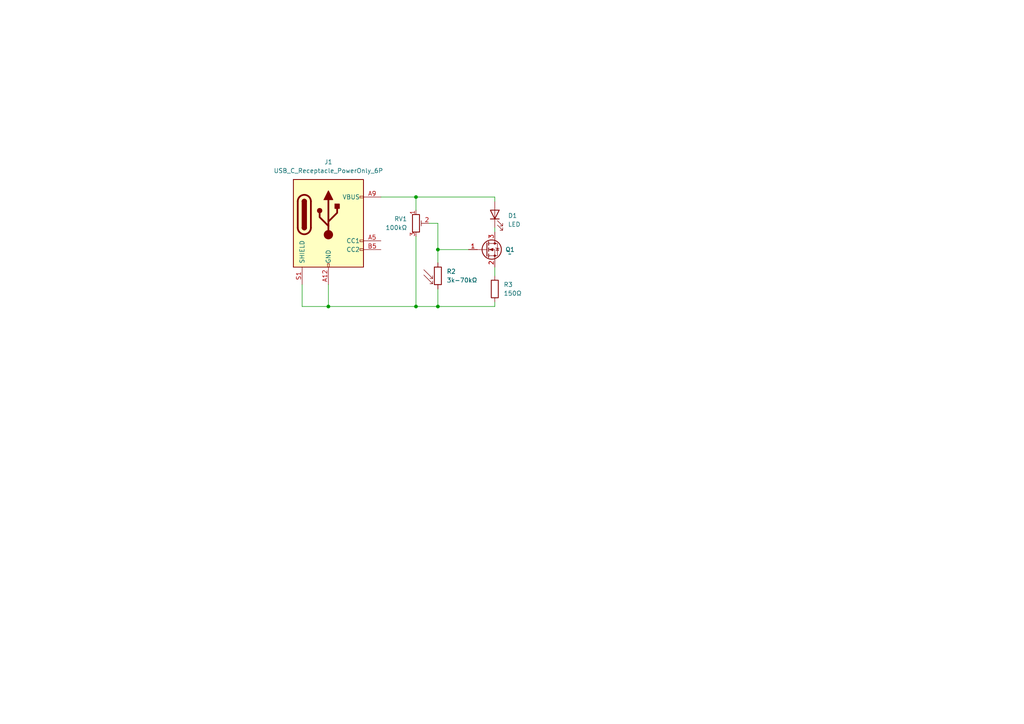
<source format=kicad_sch>
(kicad_sch (version 20250114) (generator "eeschema") (generator_version "9.0")
  (paper "A4")
  (lib_symbols
    (symbol "Connector:USB_C_Receptacle_PowerOnly_6P" (pin_names (offset 1.016))
      (property "Reference" "J" (at 0 16.51 0))
      (property "Value" "USB_C_Receptacle_PowerOnly_6P" (at 0 13.97 0))
      (symbol "USB_C_Receptacle_PowerOnly_6P_0_0"
        (rectangle (start -0.254 -12.7) (end 0.254 -11.684))
        (rectangle (start 10.16 7.874) (end 9.144 7.366))
        (rectangle (start 10.16 -4.826) (end 9.144 -5.334))
        (rectangle (start 10.16 -7.366) (end 9.144 -7.874))
      )
      (symbol "USB_C_Receptacle_PowerOnly_6P_0_1"
        (rectangle (start -10.16 12.7) (end 10.16 -12.7) (stroke (width 0.254)) (fill (type background)))
        (polyline (pts (xy -8.89 -1.27) (xy -8.89 6.35)) (stroke (width 0.508)))
        (rectangle (start -7.62 -1.27) (end -6.35 6.35) (stroke (width 0.254)) (fill (type outline)))
        (arc (start -7.62 6.35) (mid -6.985 6.9823) (end -6.35 6.35) (stroke (width 0.254)))
        (arc (start -7.62 6.35) (mid -6.985 6.9823) (end -6.35 6.35) (stroke (width 0.254)) (fill (type outline)))
        (arc (start -8.89 6.35) (mid -6.985 8.2467) (end -5.08 6.35) (stroke (width 0.508)))
        (arc (start -5.08 -1.27) (mid -6.985 -3.1667) (end -8.89 -1.27) (stroke (width 0.508)))
        (arc (start -6.35 -1.27) (mid -6.985 -1.9023) (end -7.62 -1.27) (stroke (width 0.254)))
        (arc (start -6.35 -1.27) (mid -6.985 -1.9023) (end -7.62 -1.27) (stroke (width 0.254)) (fill (type outline)))
        (polyline (pts (xy -5.08 6.35) (xy -5.08 -1.27)) (stroke (width 0.508)))
        (circle (center -2.54 3.683) (radius 0.635) (stroke (width 0.254)) (fill (type outline)))
        (polyline (pts (xy -1.27 6.858) (xy 0 9.398) (xy 1.27 6.858) (xy -1.27 6.858)) (stroke (width 0.254)) (fill (type outline)))
        (polyline (pts (xy 0 0.508) (xy 2.54 3.048) (xy 2.54 4.318)) (stroke (width 0.508)))
        (polyline (pts (xy 0 -0.762) (xy -2.54 1.778) (xy -2.54 3.048)) (stroke (width 0.508)))
        (polyline (pts (xy 0 -3.302) (xy 0 6.858)) (stroke (width 0.508)))
        (circle (center 0 -3.302) (radius 1.27) (fill (type outline)))
        (rectangle (start 1.905 4.318) (end 3.175 5.588) (stroke (width 0.254)) (fill (type outline)))
      )
      (symbol "USB_C_Receptacle_PowerOnly_6P_1_1"
        (pin passive line (at -7.62 -17.78 90) (length 5.08) (name "SHIELD") (number "S1"))
        (pin passive line (at 0 -17.78 90) (length 5.08) (name "GND") (number "A12"))
        (pin passive line (at 0 -17.78 90) (length 5.08) (hide yes) (name "GND") (number "B12"))
        (pin passive line (at 15.24 7.62 180) (length 5.08) (name "VBUS") (number "A9"))
        (pin passive line (at 15.24 7.62 180) (length 5.08) (hide yes) (name "VBUS") (number "B9"))
        (pin bidirectional line (at 15.24 -5.08 180) (length 5.08) (name "CC1") (number "A5"))
        (pin bidirectional line (at 15.24 -7.62 180) (length 5.08) (name "CC2") (number "B5"))
      )
    )
    (symbol "Device:LED" (pin_numbers (hide yes)) (pin_names (offset 1.016) (hide yes))
      (property "Reference" "D" (at 0 2.54 0))
      (property "Value" "LED" (at 0 -2.54 0))
      (symbol "LED_0_1"
        (polyline (pts (xy -3.048 -0.762) (xy -4.572 -2.286) (xy -3.81 -2.286) (xy -4.572 -2.286) (xy -4.572 -1.524)))
        (polyline (pts (xy -1.778 -0.762) (xy -3.302 -2.286) (xy -2.54 -2.286) (xy -3.302 -2.286) (xy -3.302 -1.524)))
        (polyline (pts (xy -1.27 0) (xy 1.27 0)))
        (polyline (pts (xy -1.27 -1.27) (xy -1.27 1.27)) (stroke (width 0.254)))
        (polyline (pts (xy 1.27 -1.27) (xy 1.27 1.27) (xy -1.27 0) (xy 1.27 -1.27)) (stroke (width 0.254)))
      )
      (symbol "LED_1_1"
        (pin passive line (at -3.81 0 0) (length 2.54) (name "K") (number "1"))
        (pin passive line (at 3.81 0 180) (length 2.54) (name "A") (number "2"))
      )
    )
    (symbol "Device:R" (pin_numbers (hide yes)) (pin_names (offset 0))
      (property "Reference" "R" (at 2.032 0 90))
      (property "Value" "R" (at 0 0 90))
      (symbol "R_0_1"
        (rectangle (start -1.016 -2.54) (end 1.016 2.54) (stroke (width 0.254)))
      )
      (symbol "R_1_1"
        (pin passive line (at 0 3.81 270) (length 1.27) (name "~") (number "1"))
        (pin passive line (at 0 -3.81 90) (length 1.27) (name "~") (number "2"))
      )
    )
    (symbol "Device:R_Potentiometer_Trim" (pin_names (offset 1.016) (hide yes))
      (property "Reference" "RV" (at -4.445 0 90))
      (property "Value" "R_Potentiometer_Trim" (at -2.54 0 90))
      (symbol "R_Potentiometer_Trim_0_1"
        (rectangle (start 1.016 2.54) (end -1.016 -2.54) (stroke (width 0.254)))
        (polyline (pts (xy 1.524 0.762) (xy 1.524 -0.762)))
        (polyline (pts (xy 2.54 0) (xy 1.524 0)))
      )
      (symbol "R_Potentiometer_Trim_1_1"
        (pin passive line (at 0 3.81 270) (length 1.27) (name "1") (number "1"))
        (pin passive line (at 0 -3.81 90) (length 1.27) (name "3") (number "3"))
        (pin passive line (at 3.81 0 180) (length 1.27) (name "2") (number "2"))
      )
    )
    (symbol "Sensor_Optical:LDR03" (pin_numbers (hide yes)) (pin_names (offset 0))
      (property "Reference" "R" (at -5.08 0 90))
      (property "Value" "LDR03" (at 1.905 0 90))
      (symbol "LDR03_0_1"
        (polyline (pts (xy -1.524 -0.762) (xy -4.064 1.778)))
        (polyline (pts (xy -1.524 -0.762) (xy -2.286 -0.762)))
        (polyline (pts (xy -1.524 -0.762) (xy -1.524 0)))
        (polyline (pts (xy -1.524 -2.286) (xy -4.064 0.254)))
        (polyline (pts (xy -1.524 -2.286) (xy -2.286 -2.286)))
        (polyline (pts (xy -1.524 -2.286) (xy -1.524 -1.524)))
        (rectangle (start -1.016 2.54) (end 1.016 -2.54) (stroke (width 0.254)))
      )
      (symbol "LDR03_1_1"
        (pin passive line (at 0 3.81 270) (length 1.27) (name "~") (number "1"))
        (pin passive line (at 0 -3.81 90) (length 1.27) (name "~") (number "2"))
      )
    )
    (symbol "Transistor_FET:T2N7002AK" (pin_names (hide yes))
      (property "Reference" "Q" (at 5.08 1.905 0))
      (property "Value" "T2N7002AK" (at 5.08 0 0))
      (symbol "T2N7002AK_0_1"
        (polyline (pts (xy 0.254 1.905) (xy 0.254 -1.905)) (stroke (width 0.254)))
        (polyline (pts (xy 0.254 0) (xy -2.54 0)))
        (polyline (pts (xy 0.762 2.286) (xy 0.762 1.27)) (stroke (width 0.254)))
        (polyline (pts (xy 0.762 0.508) (xy 0.762 -0.508)) (stroke (width 0.254)))
        (polyline (pts (xy 0.762 -1.27) (xy 0.762 -2.286)) (stroke (width 0.254)))
        (polyline (pts (xy 0.762 -1.778) (xy 3.302 -1.778) (xy 3.302 1.778) (xy 0.762 1.778)))
        (polyline (pts (xy 1.016 0) (xy 2.032 0.381) (xy 2.032 -0.381) (xy 1.016 0)) (fill (type outline)))
        (circle (center 1.651 0) (radius 2.794) (stroke (width 0.254)))
        (polyline (pts (xy 2.54 2.54) (xy 2.54 1.778)))
        (circle (center 2.54 1.778) (radius 0.254) (fill (type outline)))
        (circle (center 2.54 -1.778) (radius 0.254) (fill (type outline)))
        (polyline (pts (xy 2.54 -2.54) (xy 2.54 0) (xy 0.762 0)))
        (polyline (pts (xy 2.794 0.508) (xy 2.921 0.381) (xy 3.683 0.381) (xy 3.81 0.254)))
        (polyline (pts (xy 3.302 0.381) (xy 2.921 -0.254) (xy 3.683 -0.254) (xy 3.302 0.381)))
      )
      (symbol "T2N7002AK_1_1"
        (pin input line (at -5.08 0 0) (length 2.54) (name "G") (number "1"))
        (pin passive line (at 2.54 5.08 270) (length 2.54) (name "D") (number "3"))
        (pin passive line (at 2.54 -5.08 90) (length 2.54) (name "S") (number "2"))
      )
    )
  )
  (junction (at 127 72.39))
  (junction (at 127 88.9))
  (junction (at 120.65 88.9))
  (junction (at 120.65 57.15))
  (junction (at 95.25 88.9))
  (wire (pts (xy 120.65 68.58) (xy 120.65 88.9)))
  (wire (pts (xy 95.25 82.55) (xy 95.25 88.9)))
  (wire (pts (xy 120.65 57.15) (xy 120.65 60.96)))
  (wire (pts (xy 110.49 57.15) (xy 120.65 57.15)))
  (wire (pts (xy 124.46 64.77) (xy 127 64.77)))
  (wire (pts (xy 143.51 66.04) (xy 143.51 67.31)))
  (wire (pts (xy 143.51 57.15) (xy 143.51 58.42)))
  (wire (pts (xy 127 72.39) (xy 127 76.2)))
  (wire (pts (xy 143.51 77.47) (xy 143.51 80.01)))
  (wire (pts (xy 120.65 57.15) (xy 143.51 57.15)))
  (wire (pts (xy 127 88.9) (xy 143.51 88.9)))
  (wire (pts (xy 95.25 88.9) (xy 120.65 88.9)))
  (wire (pts (xy 87.63 88.9) (xy 95.25 88.9)))
  (wire (pts (xy 143.51 87.63) (xy 143.51 88.9)))
  (wire (pts (xy 87.63 82.55) (xy 87.63 88.9)))
  (wire (pts (xy 127 72.39) (xy 135.89 72.39)))
  (wire (pts (xy 120.65 88.9) (xy 127 88.9)))
  (wire (pts (xy 127 83.82) (xy 127 88.9)))
  (wire (pts (xy 127 64.77) (xy 127 72.39)))
  (symbol (lib_id "Sensor_Optical:LDR03") (at 127 80.01 0) (unit 1)
    (property "Reference" "R2" (at 129.54 78.7399 0) (effects (justify left)))
    (property "Value" "3k-70kΩ" (at 129.54 81.2799 0) (effects (justify left)))
    (property "Footprint" "OptoDevice:R_LDR_5.1x4.3mm_P3.4mm_Vertical" (effects (hide yes)))
    (property "Datasheet" "https://cdn.sparkfun.com/datasheets/Sensors/LightImaging/SEN-09088.pdf" (effects (hide yes)))
    (property "Description" "light dependent resistor" (effects (hide yes)))
  )
  (symbol (lib_id "Connector:USB_C_Receptacle_PowerOnly_6P") (at 95.25 64.77 0) (unit 1)
    (property "Reference" "J1" (at 95.25 46.99 0))
    (property "Value" "USB_C_Receptacle_PowerOnly_6P" (at 95.25 49.53 0))
    (property "Footprint" "Connector_USB:USB_C_Receptacle_GCT_USB4125-xx-x-0190_6P_TopMnt_Horizontal" (effects (hide yes)))
    (property "Datasheet" "https://www.mouser.com/datasheet/2/837/GCT_USB4125_Product_Drawing-3538561.pdf" (effects (hide yes)))
    (property "Description" "USB Power-Only 6P Type-C Receptacle connector" (effects (hide yes)))
  )
  (symbol (lib_id "Device:R_Potentiometer_Trim") (at 120.65 64.77 0) (unit 1)
    (property "Reference" "RV1" (at 118.11 63.4999 0) (effects (justify right)))
    (property "Value" "100kΩ" (at 118.11 66.0399 0) (effects (justify right)))
    (property "Footprint" "Potentiometer_SMD:Potentiometer_Bourns_TC33X_Vertical" (effects (hide yes)))
    (property "Datasheet" "https://www.bourns.com/docs/Product-Datasheets/TC33.pdf" (effects (hide yes)))
    (property "Description" "Trim-potentiometer" (effects (hide yes)))
  )
  (symbol (lib_id "Device:LED") (at 143.51 62.23 90) (unit 1)
    (property "Reference" "D1" (at 147.32 62.5474 90) (effects (justify right)))
    (property "Value" "LED" (at 147.32 65.0874 90) (effects (justify right)))
    (property "Footprint" "LED_THT:LED_D5.0mm_Clear" (effects (hide yes)))
    (property "Description" "Light emitting diode" (effects (hide yes)))
    (property "Sim.Pins" "1=K 2=A" (effects (hide yes)))
  )
  (symbol (lib_id "Device:R") (at 143.51 83.82 0) (unit 1)
    (property "Reference" "R3" (at 146.05 82.5499 0) (effects (justify left)))
    (property "Value" "150Ω" (at 146.05 85.0899 0) (effects (justify left)))
    (property "Footprint" "Resistor_SMD:R_0402_1005Metric" (effects (hide yes)))
    (property "Datasheet" "https://www.yageo.com/upload/media/product/products/datasheet/rchip/PYu-RC_Group_51_RoHS_L_12.pdf" (effects (hide yes)))
    (property "Description" "Resistor" (effects (hide yes)))
  )
  (symbol (lib_id "Transistor_FET:T2N7002AK") (at 140.97 72.39 0) (unit 1)
    (property "Reference" "Q1" (at 146.558 72.39 0) (effects (justify left)))
    (property "Value" "~" (at 147.32 73.6599 0) (effects (justify left)))
    (property "Footprint" "Package_TO_SOT_SMD:SOT-23" (effects (hide yes)))
    (property "Datasheet" "https://toshiba.semicon-storage.com/info/T2N7002AK_datasheet_en_20150401.pdf?did=29712&prodName=T2N7002AK" (effects (hide yes)))
    (property "Description" "60V Vds, 0.2A Id, N-Channel MOSFET, SOT-23" (effects (hide yes)))
  )
)
</source>
